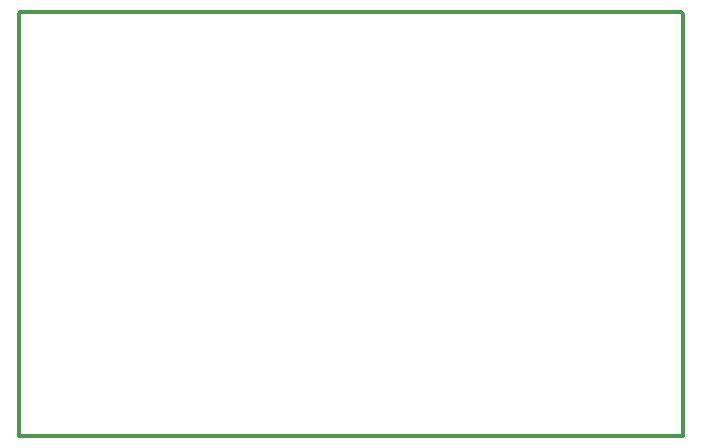
<source format=gm1>
G04 Layer_Color=16711935*
%FSLAX25Y25*%
%MOIN*%
G70*
G01*
G75*
%ADD42C,0.01200*%
D42*
X106570Y240570D02*
X326930D01*
X106000Y240000D02*
X106570Y240570D01*
X106000Y99500D02*
Y240000D01*
X327500Y99500D02*
Y240000D01*
X106000Y99500D02*
X327500D01*
X106570Y240570D02*
X326930D01*
X106000Y240000D02*
X106570Y240570D01*
X106000Y99500D02*
Y240000D01*
X327500Y99500D02*
Y240000D01*
X106000Y99500D02*
X327500D01*
M02*

</source>
